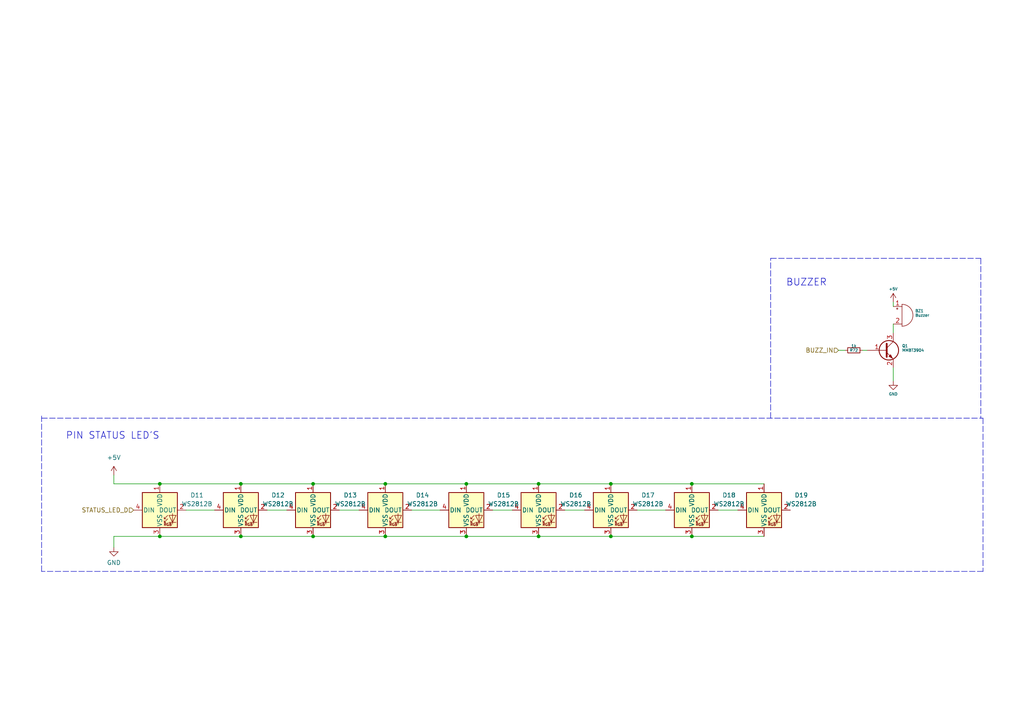
<source format=kicad_sch>
(kicad_sch (version 20211123) (generator eeschema)
  (paper "A4")
  (lib_symbols
    (symbol "Device:Buzzer" (pin_names (offset 0.0254) hide)
      (property "Reference" "BZ" (at 3.81 1.27 0))
      (property "Value" "Buzzer" (at 3.81 -1.27 0))
      (symbol "Buzzer_0_1"
        (arc (start 0 -3.175) (mid 3.175 0) (end 0 3.175))
        (polyline (pts (xy -1.651 1.905) (xy -1.143 1.905)))
        (polyline (pts (xy -1.397 2.159) (xy -1.397 1.651)))
        (polyline (pts (xy 0 3.175) (xy 0 -3.175)))
      )
      (symbol "Buzzer_1_1"
        (pin passive line (at -2.54 2.54 0) (length 2.54) (name "-") (number "1"))
        (pin passive line (at -2.54 -2.54 0) (length 2.54) (name "+") (number "2"))
      )
    )
    (symbol "Device:R_Small" (pin_numbers hide) (pin_names (offset 0.254) hide)
      (property "Reference" "R" (at 0.762 0.508 0))
      (property "Value" "R_Small" (at 0.762 -1.016 0))
      (symbol "R_Small_0_1"
        (rectangle (start -0.762 1.778) (end 0.762 -1.778) (stroke (width 0.2032)))
      )
      (symbol "R_Small_1_1"
        (pin passive line (at 0 2.54 270) (length 0.762) (name "~") (number "1"))
        (pin passive line (at 0 -2.54 90) (length 0.762) (name "~") (number "2"))
      )
    )
    (symbol "LED:WS2812B" (pin_names (offset 0.254))
      (property "Reference" "D" (at 5.08 5.715 0))
      (property "Value" "WS2812B" (at 1.27 -5.715 0))
      (symbol "WS2812B_0_0"
        (text "RGB" (at 2.286 -4.191 0) (effects (font (size 0.762 0.762))))
      )
      (symbol "WS2812B_0_1"
        (polyline (pts (xy 1.27 -3.556) (xy 1.778 -3.556)))
        (polyline (pts (xy 1.27 -2.54) (xy 1.778 -2.54)))
        (polyline (pts (xy 4.699 -3.556) (xy 2.667 -3.556)))
        (polyline (pts (xy 2.286 -2.54) (xy 1.27 -3.556) (xy 1.27 -3.048)))
        (polyline (pts (xy 2.286 -1.524) (xy 1.27 -2.54) (xy 1.27 -2.032)))
        (polyline (pts (xy 3.683 -1.016) (xy 3.683 -3.556) (xy 3.683 -4.064)))
        (polyline (pts (xy 4.699 -1.524) (xy 2.667 -1.524) (xy 3.683 -3.556) (xy 4.699 -1.524)))
        (rectangle (start 5.08 5.08) (end -5.08 -5.08) (stroke (width 0.254)) (fill (type background)))
      )
      (symbol "WS2812B_1_1"
        (pin power_in line (at 0 7.62 270) (length 2.54) (name "VDD") (number "1"))
        (pin output line (at 7.62 0 180) (length 2.54) (name "DOUT") (number "2"))
        (pin power_in line (at 0 -7.62 90) (length 2.54) (name "VSS") (number "3"))
        (pin input line (at -7.62 0 0) (length 2.54) (name "DIN") (number "4"))
      )
    )
    (symbol "Transistor_BJT:MMBT3904" (pin_names (offset 0) hide)
      (property "Reference" "Q" (at 5.08 1.905 0))
      (property "Value" "MMBT3904" (at 5.08 0 0))
      (symbol "MMBT3904_0_1"
        (polyline (pts (xy 0.635 0.635) (xy 2.54 2.54)))
        (polyline (pts (xy 0.635 -0.635) (xy 2.54 -2.54) (xy 2.54 -2.54)))
        (polyline (pts (xy 0.635 1.905) (xy 0.635 -1.905) (xy 0.635 -1.905)) (stroke (width 0.508)))
        (polyline (pts (xy 1.27 -1.778) (xy 1.778 -1.27) (xy 2.286 -2.286) (xy 1.27 -1.778) (xy 1.27 -1.778)) (fill (type outline)))
        (circle (center 1.27 0) (radius 2.8194) (stroke (width 0.254)))
      )
      (symbol "MMBT3904_1_1"
        (pin input line (at -5.08 0 0) (length 5.715) (name "B") (number "1"))
        (pin passive line (at 2.54 -5.08 90) (length 2.54) (name "E") (number "2"))
        (pin passive line (at 2.54 5.08 270) (length 2.54) (name "C") (number "3"))
      )
    )
    (symbol "power:+5V" (power) (pin_names (offset 0))
      (property "Value" "+5V" (at 0 3.556 0))
      (symbol "+5V_0_1"
        (polyline (pts (xy -0.762 1.27) (xy 0 2.54)))
        (polyline (pts (xy 0 0) (xy 0 2.54)))
        (polyline (pts (xy 0 2.54) (xy 0.762 1.27)))
      )
      (symbol "+5V_1_1"
        (pin power_in line (at 0 0 90) (length 0) hide (name "+5V") (number "1"))
      )
    )
    (symbol "power:GND" (power) (pin_names (offset 0))
      (property "Value" "GND" (at 0 -3.81 0))
      (symbol "GND_0_1"
        (polyline (pts (xy 0 0) (xy 0 -1.27) (xy 1.27 -1.27) (xy 0 -2.54) (xy -1.27 -1.27) (xy 0 -1.27)))
      )
      (symbol "GND_1_1"
        (pin power_in line (at 0 0 270) (length 0) hide (name "GND") (number "1"))
      )
    )
  )
  (junction (at 111.76 155.575))
  (junction (at 46.355 140.335))
  (junction (at 46.355 155.575))
  (junction (at 111.76 140.335))
  (junction (at 90.805 155.575))
  (junction (at 177.165 155.575))
  (junction (at 200.66 155.575))
  (junction (at 135.255 140.335))
  (junction (at 156.21 155.575))
  (junction (at 177.165 140.335))
  (junction (at 156.21 140.335))
  (junction (at 135.255 155.575))
  (junction (at 69.85 140.335))
  (junction (at 200.66 140.335))
  (junction (at 90.805 140.335))
  (junction (at 69.85 155.575))
  (polyline (pts (xy 12.065 120.65) (xy 12.065 165.735)))
  (wire (pts (xy 200.66 140.335) (xy 177.165 140.335)))
  (wire (pts (xy 53.975 147.955) (xy 62.23 147.955)))
  (wire (pts (xy 163.83 147.955) (xy 169.545 147.955)))
  (polyline (pts (xy 12.065 121.285) (xy 285.115 121.285)))
  (wire (pts (xy 156.21 155.575) (xy 177.165 155.575)))
  (wire (pts (xy 184.785 147.955) (xy 193.04 147.955)))
  (polyline (pts (xy 285.115 165.735) (xy 12.065 165.735)))
  (polyline (pts (xy 284.48 74.93) (xy 284.48 121.285)))
  (wire (pts (xy 156.21 140.335) (xy 135.255 140.335)))
  (wire (pts (xy 90.805 140.335) (xy 111.76 140.335)))
  (polyline (pts (xy 223.52 74.93) (xy 284.48 74.93)))
  (wire (pts (xy 200.66 155.575) (xy 221.615 155.575)))
  (wire (pts (xy 111.76 155.575) (xy 135.255 155.575)))
  (polyline (pts (xy 223.52 121.285) (xy 223.52 74.93)))
  (wire (pts (xy 46.355 140.335) (xy 33.02 140.335)))
  (wire (pts (xy 135.255 155.575) (xy 156.21 155.575)))
  (wire (pts (xy 208.28 147.955) (xy 213.995 147.955)))
  (wire (pts (xy 243.205 101.6) (xy 245.11 101.6)))
  (wire (pts (xy 177.165 155.575) (xy 200.66 155.575)))
  (wire (pts (xy 90.805 140.335) (xy 69.85 140.335)))
  (wire (pts (xy 259.08 87.63) (xy 259.08 88.9)))
  (wire (pts (xy 33.02 155.575) (xy 33.02 158.75)))
  (wire (pts (xy 259.08 93.98) (xy 259.08 96.52)))
  (wire (pts (xy 142.875 147.955) (xy 148.59 147.955)))
  (wire (pts (xy 250.19 101.6) (xy 251.46 101.6)))
  (wire (pts (xy 98.425 147.955) (xy 104.14 147.955)))
  (wire (pts (xy 46.355 155.575) (xy 69.85 155.575)))
  (wire (pts (xy 221.615 140.335) (xy 200.66 140.335)))
  (wire (pts (xy 69.85 155.575) (xy 90.805 155.575)))
  (wire (pts (xy 90.805 155.575) (xy 111.76 155.575)))
  (wire (pts (xy 259.08 106.68) (xy 259.08 110.49)))
  (polyline (pts (xy 285.115 121.285) (xy 285.115 165.735)))
  (wire (pts (xy 77.47 147.955) (xy 83.185 147.955)))
  (wire (pts (xy 135.255 140.335) (xy 111.76 140.335)))
  (wire (pts (xy 69.85 140.335) (xy 46.355 140.335)))
  (wire (pts (xy 119.38 147.955) (xy 127.635 147.955)))
  (wire (pts (xy 33.02 155.575) (xy 46.355 155.575)))
  (wire (pts (xy 156.21 140.335) (xy 177.165 140.335)))
  (wire (pts (xy 33.02 137.795) (xy 33.02 140.335)))
  (text "BUZZER" (at 227.965 83.185 0) (effects (font (size 2 2)) (justify left bottom)))
  (text "PIN STATUS LED'S" (at 19.05 127.635 0) (effects (font (size 2 2)) (justify left bottom)))
  (hierarchical_label "STATUS_LED_D" (shape input) (at 38.735 147.955 180))
  (hierarchical_label "BUZZ_IN" (shape input) (at 243.205 101.6 180))
  (symbol (lib_id "LED:WS2812B") (at 221.615 147.955 0) (unit 1)
    (property "Reference" "D19" (at 232.41 143.6243 0))
    (property "Value" "WS2812B" (at 232.41 146.1643 0))
    (property "Footprint" "LED_SMD:LED_WS2812B-2020_PLCC4_2.0x2.0mm" (effects hide))
    (property "Datasheet" "https://cdn-shop.adafruit.com/datasheets/WS2812B.pdf" (effects hide))
  )
  (symbol (lib_id "power:+5V") (at 259.08 87.63 0) (unit 1)
    (property "Reference" "#PWR0177" (effects hide))
    (property "Value" "+5V" (at 259.08 83.82 0) (effects (font (size 0.8 0.8))))
  )
  (symbol (lib_id "power:GND") (at 33.02 158.75 0) (unit 1)
    (property "Reference" "#PWR0178" (effects hide))
    (property "Value" "GND" (at 33.02 163.195 0))
  )
  (symbol (lib_id "power:GND") (at 259.08 110.49 0) (unit 1)
    (property "Reference" "#PWR0176" (effects hide))
    (property "Value" "GND" (at 259.08 114.3 0) (effects (font (size 0.8 0.8))))
  )
  (symbol (lib_id "power:+5V") (at 33.02 137.795 0) (unit 1)
    (property "Reference" "#PWR0179" (effects hide))
    (property "Value" "+5V" (at 33.02 132.715 0))
  )
  (symbol (lib_id "LED:WS2812B") (at 177.165 147.955 0) (unit 1)
    (property "Reference" "D17" (at 187.96 143.6243 0))
    (property "Value" "WS2812B" (at 187.96 146.1643 0))
    (property "Footprint" "LED_SMD:LED_WS2812B-2020_PLCC4_2.0x2.0mm" (effects hide))
    (property "Datasheet" "https://cdn-shop.adafruit.com/datasheets/WS2812B.pdf" (effects hide))
  )
  (symbol (lib_id "LED:WS2812B") (at 200.66 147.955 0) (unit 1)
    (property "Reference" "D18" (at 211.455 143.6243 0))
    (property "Value" "WS2812B" (at 211.455 146.1643 0))
    (property "Footprint" "LED_SMD:LED_WS2812B-2020_PLCC4_2.0x2.0mm" (effects hide))
    (property "Datasheet" "https://cdn-shop.adafruit.com/datasheets/WS2812B.pdf" (effects hide))
  )
  (symbol (lib_id "LED:WS2812B") (at 135.255 147.955 0) (unit 1)
    (property "Reference" "D15" (at 146.05 143.6243 0))
    (property "Value" "WS2812B" (at 146.05 146.1643 0))
    (property "Footprint" "LED_SMD:LED_WS2812B-2020_PLCC4_2.0x2.0mm" (effects hide))
    (property "Datasheet" "https://cdn-shop.adafruit.com/datasheets/WS2812B.pdf" (effects hide))
  )
  (symbol (lib_id "Transistor_BJT:MMBT3904") (at 256.54 101.6 0) (unit 1)
    (property "Reference" "Q1" (at 261.62 100.3299 0) (effects (font (size 0.8 0.8)) (justify left)))
    (property "Value" "MMBT3904" (at 261.62 101.6 0) (effects (font (size 0.8 0.8)) (justify left)))
    (property "Footprint" "Package_TO_SOT_SMD:SOT-23" (effects hide))
    (property "Datasheet" "https://www.onsemi.com/pub/Collateral/2N3903-D.PDF" (effects hide))
  )
  (symbol (lib_id "LED:WS2812B") (at 156.21 147.955 0) (unit 1)
    (property "Reference" "D16" (at 167.005 143.6243 0))
    (property "Value" "WS2812B" (at 167.005 146.1643 0))
    (property "Footprint" "LED_SMD:LED_WS2812B-2020_PLCC4_2.0x2.0mm" (effects hide))
    (property "Datasheet" "https://cdn-shop.adafruit.com/datasheets/WS2812B.pdf" (effects hide))
  )
  (symbol (lib_id "Device:Buzzer") (at 261.62 91.44 0) (unit 1)
    (property "Reference" "BZ1" (at 265.43 90.1699 0) (effects (font (size 0.8 0.8)) (justify left)))
    (property "Value" "Buzzer" (at 265.43 91.44 0) (effects (font (size 0.8 0.8)) (justify left)))
  )
  (symbol (lib_id "Device:R_Small") (at 247.65 101.6 90) (unit 1)
    (property "Reference" "R72" (at 247.65 101.6 90) (effects (font (size 0.8 0.8))))
    (property "Value" "1k" (at 247.65 100.33 90) (effects (font (size 0.8 0.8))))
    (property "Footprint" "Resistor_SMD:R_0402_1005Metric" (effects hide))
  )
  (symbol (lib_id "LED:WS2812B") (at 69.85 147.955 0) (unit 1)
    (property "Reference" "D12" (at 80.645 143.6243 0))
    (property "Value" "WS2812B" (at 80.645 146.1643 0))
    (property "Footprint" "LED_SMD:LED_WS2812B-2020_PLCC4_2.0x2.0mm" (effects hide))
    (property "Datasheet" "https://cdn-shop.adafruit.com/datasheets/WS2812B.pdf" (effects hide))
  )
  (symbol (lib_id "LED:WS2812B") (at 111.76 147.955 0) (unit 1)
    (property "Reference" "D14" (at 122.555 143.6243 0))
    (property "Value" "WS2812B" (at 122.555 146.1643 0))
    (property "Footprint" "LED_SMD:LED_WS2812B-2020_PLCC4_2.0x2.0mm" (effects hide))
    (property "Datasheet" "https://cdn-shop.adafruit.com/datasheets/WS2812B.pdf" (effects hide))
  )
  (symbol (lib_id "LED:WS2812B") (at 90.805 147.955 0) (unit 1)
    (property "Reference" "D13" (at 101.6 143.6243 0))
    (property "Value" "WS2812B" (at 101.6 146.1643 0))
    (property "Footprint" "LED_SMD:LED_WS2812B-2020_PLCC4_2.0x2.0mm" (effects hide))
    (property "Datasheet" "https://cdn-shop.adafruit.com/datasheets/WS2812B.pdf" (effects hide))
  )
  (symbol (lib_id "LED:WS2812B") (at 46.355 147.955 0) (unit 1)
    (property "Reference" "D11" (at 57.15 143.6243 0))
    (property "Value" "WS2812B" (at 57.15 146.1643 0))
    (property "Footprint" "LED_SMD:LED_WS2812B-2020_PLCC4_2.0x2.0mm" (effects hide))
    (property "Datasheet" "https://cdn-shop.adafruit.com/datasheets/WS2812B.pdf" (effects hide))
  )
)
</source>
